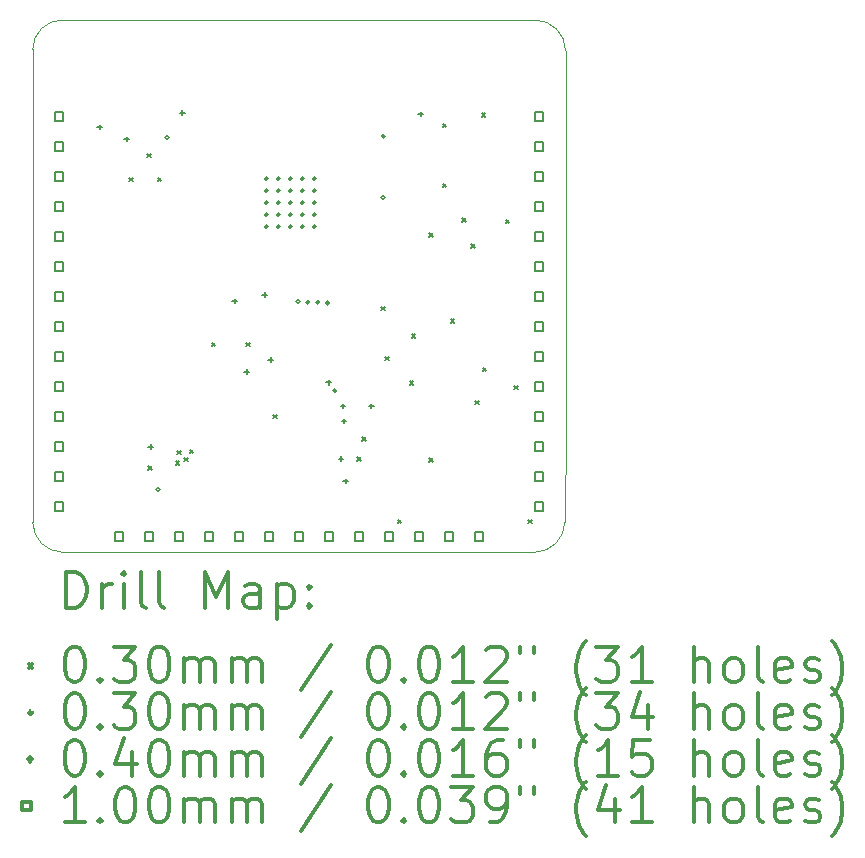
<source format=gbr>
%FSLAX45Y45*%
G04 Gerber Fmt 4.5, Leading zero omitted, Abs format (unit mm)*
G04 Created by KiCad (PCBNEW (5.1.8)-1) date 2022-05-07 10:28:56*
%MOMM*%
%LPD*%
G01*
G04 APERTURE LIST*
%TA.AperFunction,Profile*%
%ADD10C,0.050000*%
%TD*%
%ADD11C,0.200000*%
%ADD12C,0.300000*%
G04 APERTURE END LIST*
D10*
X17100296Y-10985500D02*
X17095216Y-11391900D01*
X17100296Y-7785100D02*
X17100804Y-8191500D01*
X17100804Y-8191500D02*
X17100296Y-10985500D01*
X17095216Y-11583416D02*
X17095216Y-11391900D01*
X17100296Y-7595616D02*
X17100296Y-7785100D01*
X12843256Y-11842496D02*
G75*
G02*
X12589256Y-11588496I0J254000D01*
G01*
X17095216Y-11583416D02*
G75*
G02*
X16836136Y-11842496I-259080J0D01*
G01*
X16841216Y-7336536D02*
G75*
G02*
X17100296Y-7595616I0J-259080D01*
G01*
X12589256Y-7585456D02*
G75*
G02*
X12838176Y-7336536I248920J0D01*
G01*
X12843256Y-11842496D02*
X16836136Y-11842496D01*
X12589256Y-7585456D02*
X12589256Y-11588496D01*
X16841216Y-7336536D02*
X12838176Y-7336536D01*
D11*
X13406360Y-8671800D02*
X13436360Y-8701800D01*
X13436360Y-8671800D02*
X13406360Y-8701800D01*
X13558760Y-8468600D02*
X13588760Y-8498600D01*
X13588760Y-8468600D02*
X13558760Y-8498600D01*
X13566667Y-11115504D02*
X13596667Y-11145504D01*
X13596667Y-11115504D02*
X13566667Y-11145504D01*
X13647660Y-8671800D02*
X13677660Y-8701800D01*
X13677660Y-8671800D02*
X13647660Y-8701800D01*
X13800061Y-11072100D02*
X13830061Y-11102100D01*
X13830061Y-11072100D02*
X13800061Y-11102100D01*
X13812760Y-10983200D02*
X13842760Y-11013200D01*
X13842760Y-10983200D02*
X13812760Y-11013200D01*
X13873954Y-11041444D02*
X13903954Y-11071444D01*
X13903954Y-11041444D02*
X13873954Y-11071444D01*
X13919706Y-10975816D02*
X13949706Y-11005816D01*
X13949706Y-10975816D02*
X13919706Y-11005816D01*
X14104860Y-10068800D02*
X14134860Y-10098800D01*
X14134860Y-10068800D02*
X14104860Y-10098800D01*
X14396960Y-10068800D02*
X14426960Y-10098800D01*
X14426960Y-10068800D02*
X14396960Y-10098800D01*
X14625559Y-10678400D02*
X14655559Y-10708400D01*
X14655559Y-10678400D02*
X14625559Y-10708400D01*
X15334527Y-11036233D02*
X15364527Y-11066233D01*
X15364527Y-11036233D02*
X15334527Y-11066233D01*
X15378993Y-10868567D02*
X15408993Y-10898567D01*
X15408993Y-10868567D02*
X15378993Y-10898567D01*
X15540975Y-9764000D02*
X15570975Y-9794000D01*
X15570975Y-9764000D02*
X15540975Y-9794000D01*
X15575520Y-10185538D02*
X15605520Y-10215538D01*
X15605520Y-10185538D02*
X15575520Y-10215538D01*
X15679660Y-11567400D02*
X15709660Y-11597400D01*
X15709660Y-11567400D02*
X15679660Y-11597400D01*
X15781803Y-10393378D02*
X15811803Y-10423378D01*
X15811803Y-10393378D02*
X15781803Y-10423378D01*
X15799040Y-9998502D02*
X15829040Y-10028502D01*
X15829040Y-9998502D02*
X15799040Y-10028502D01*
X15946360Y-9141700D02*
X15976360Y-9171700D01*
X15976360Y-9141700D02*
X15946360Y-9171700D01*
X15946360Y-11046700D02*
X15976360Y-11076700D01*
X15976360Y-11046700D02*
X15946360Y-11076700D01*
X16060659Y-8214600D02*
X16090659Y-8244600D01*
X16090659Y-8214600D02*
X16060659Y-8244600D01*
X16060660Y-8722600D02*
X16090660Y-8752600D01*
X16090660Y-8722600D02*
X16060660Y-8752600D01*
X16128390Y-9869600D02*
X16158390Y-9899600D01*
X16158390Y-9869600D02*
X16128390Y-9899600D01*
X16225760Y-9014700D02*
X16255760Y-9044700D01*
X16255760Y-9014700D02*
X16225760Y-9044700D01*
X16301960Y-9232699D02*
X16331960Y-9262699D01*
X16331960Y-9232699D02*
X16301960Y-9262699D01*
X16333710Y-10557750D02*
X16363710Y-10587750D01*
X16363710Y-10557750D02*
X16333710Y-10587750D01*
X16390860Y-8125700D02*
X16420860Y-8155700D01*
X16420860Y-8125700D02*
X16390860Y-8155700D01*
X16397210Y-10278350D02*
X16427210Y-10308350D01*
X16427210Y-10278350D02*
X16397210Y-10308350D01*
X16594060Y-9027400D02*
X16624060Y-9057400D01*
X16624060Y-9027400D02*
X16594060Y-9057400D01*
X16664564Y-10430750D02*
X16694564Y-10460750D01*
X16694564Y-10430750D02*
X16664564Y-10460750D01*
X16784560Y-11567400D02*
X16814560Y-11597400D01*
X16814560Y-11567400D02*
X16784560Y-11597400D01*
X13665210Y-11310620D02*
G75*
G03*
X13665210Y-11310620I-15250J0D01*
G01*
X13741411Y-8331199D02*
G75*
G03*
X13741411Y-8331199I-15250J0D01*
G01*
X14582150Y-8679180D02*
G75*
G03*
X14582150Y-8679180I-15250J0D01*
G01*
X14582150Y-8780780D02*
G75*
G03*
X14582150Y-8780780I-15250J0D01*
G01*
X14582150Y-8882380D02*
G75*
G03*
X14582150Y-8882380I-15250J0D01*
G01*
X14582150Y-8983980D02*
G75*
G03*
X14582150Y-8983980I-15250J0D01*
G01*
X14582150Y-9085580D02*
G75*
G03*
X14582150Y-9085580I-15250J0D01*
G01*
X14683750Y-8679180D02*
G75*
G03*
X14683750Y-8679180I-15250J0D01*
G01*
X14683750Y-8780780D02*
G75*
G03*
X14683750Y-8780780I-15250J0D01*
G01*
X14683750Y-8882380D02*
G75*
G03*
X14683750Y-8882380I-15250J0D01*
G01*
X14683750Y-8983980D02*
G75*
G03*
X14683750Y-8983980I-15250J0D01*
G01*
X14683750Y-9085580D02*
G75*
G03*
X14683750Y-9085580I-15250J0D01*
G01*
X14785350Y-8679180D02*
G75*
G03*
X14785350Y-8679180I-15250J0D01*
G01*
X14785350Y-8780780D02*
G75*
G03*
X14785350Y-8780780I-15250J0D01*
G01*
X14785350Y-8882380D02*
G75*
G03*
X14785350Y-8882380I-15250J0D01*
G01*
X14785350Y-8983980D02*
G75*
G03*
X14785350Y-8983980I-15250J0D01*
G01*
X14785350Y-9085580D02*
G75*
G03*
X14785350Y-9085580I-15250J0D01*
G01*
X14850563Y-9721193D02*
G75*
G03*
X14850563Y-9721193I-15250J0D01*
G01*
X14886950Y-8679180D02*
G75*
G03*
X14886950Y-8679180I-15250J0D01*
G01*
X14886950Y-8780780D02*
G75*
G03*
X14886950Y-8780780I-15250J0D01*
G01*
X14886950Y-8882380D02*
G75*
G03*
X14886950Y-8882380I-15250J0D01*
G01*
X14886950Y-8983980D02*
G75*
G03*
X14886950Y-8983980I-15250J0D01*
G01*
X14886950Y-9085580D02*
G75*
G03*
X14886950Y-9085580I-15250J0D01*
G01*
X14934199Y-9724624D02*
G75*
G03*
X14934199Y-9724624I-15250J0D01*
G01*
X14988550Y-8679180D02*
G75*
G03*
X14988550Y-8679180I-15250J0D01*
G01*
X14988550Y-8780780D02*
G75*
G03*
X14988550Y-8780780I-15250J0D01*
G01*
X14988550Y-8882380D02*
G75*
G03*
X14988550Y-8882380I-15250J0D01*
G01*
X14988550Y-8983980D02*
G75*
G03*
X14988550Y-8983980I-15250J0D01*
G01*
X14988550Y-9085580D02*
G75*
G03*
X14988550Y-9085580I-15250J0D01*
G01*
X15016534Y-9725921D02*
G75*
G03*
X15016534Y-9725921I-15250J0D01*
G01*
X15099306Y-9731539D02*
G75*
G03*
X15099306Y-9731539I-15250J0D01*
G01*
X15163250Y-10475520D02*
G75*
G03*
X15163250Y-10475520I-15250J0D01*
G01*
X15571224Y-8840214D02*
G75*
G03*
X15571224Y-8840214I-15250J0D01*
G01*
X15572750Y-8322040D02*
G75*
G03*
X15572750Y-8322040I-15250J0D01*
G01*
X13154660Y-8222300D02*
X13154660Y-8262300D01*
X13134660Y-8242300D02*
X13174660Y-8242300D01*
X13383260Y-8323900D02*
X13383260Y-8363900D01*
X13363260Y-8343900D02*
X13403260Y-8343900D01*
X13586460Y-10927400D02*
X13586460Y-10967400D01*
X13566460Y-10947400D02*
X13606460Y-10947400D01*
X13855700Y-8100380D02*
X13855700Y-8140380D01*
X13835700Y-8120380D02*
X13875700Y-8120380D01*
X14297660Y-9695500D02*
X14297660Y-9735500D01*
X14277660Y-9715500D02*
X14317660Y-9715500D01*
X14399260Y-10292400D02*
X14399260Y-10332400D01*
X14379260Y-10312400D02*
X14419260Y-10312400D01*
X14554200Y-9642160D02*
X14554200Y-9682160D01*
X14534200Y-9662160D02*
X14574200Y-9662160D01*
X14602460Y-10190801D02*
X14602460Y-10230801D01*
X14582460Y-10210801D02*
X14622460Y-10210801D01*
X15094221Y-10382299D02*
X15094221Y-10422299D01*
X15074221Y-10402299D02*
X15114221Y-10402299D01*
X15199360Y-11029000D02*
X15199360Y-11069000D01*
X15179360Y-11049000D02*
X15219360Y-11049000D01*
X15216160Y-10584500D02*
X15216160Y-10624500D01*
X15196160Y-10604500D02*
X15236160Y-10604500D01*
X15224760Y-10711500D02*
X15224760Y-10751500D01*
X15204760Y-10731500D02*
X15244760Y-10731500D01*
X15237460Y-11219500D02*
X15237460Y-11259500D01*
X15217460Y-11239500D02*
X15257460Y-11239500D01*
X15456161Y-10584500D02*
X15456161Y-10624500D01*
X15436161Y-10604500D02*
X15476161Y-10604500D01*
X15875000Y-8113080D02*
X15875000Y-8153080D01*
X15855000Y-8133080D02*
X15895000Y-8133080D01*
X16911116Y-8188756D02*
X16911116Y-8118044D01*
X16840404Y-8118044D01*
X16840404Y-8188756D01*
X16911116Y-8188756D01*
X16911116Y-8442756D02*
X16911116Y-8372044D01*
X16840404Y-8372044D01*
X16840404Y-8442756D01*
X16911116Y-8442756D01*
X16911116Y-8696756D02*
X16911116Y-8626044D01*
X16840404Y-8626044D01*
X16840404Y-8696756D01*
X16911116Y-8696756D01*
X16911116Y-8950756D02*
X16911116Y-8880044D01*
X16840404Y-8880044D01*
X16840404Y-8950756D01*
X16911116Y-8950756D01*
X16911116Y-9204756D02*
X16911116Y-9134044D01*
X16840404Y-9134044D01*
X16840404Y-9204756D01*
X16911116Y-9204756D01*
X16911116Y-9458756D02*
X16911116Y-9388044D01*
X16840404Y-9388044D01*
X16840404Y-9458756D01*
X16911116Y-9458756D01*
X16911116Y-9712756D02*
X16911116Y-9642044D01*
X16840404Y-9642044D01*
X16840404Y-9712756D01*
X16911116Y-9712756D01*
X16911116Y-9966756D02*
X16911116Y-9896044D01*
X16840404Y-9896044D01*
X16840404Y-9966756D01*
X16911116Y-9966756D01*
X16911116Y-10220756D02*
X16911116Y-10150044D01*
X16840404Y-10150044D01*
X16840404Y-10220756D01*
X16911116Y-10220756D01*
X16911116Y-10474756D02*
X16911116Y-10404044D01*
X16840404Y-10404044D01*
X16840404Y-10474756D01*
X16911116Y-10474756D01*
X16911116Y-10728756D02*
X16911116Y-10658044D01*
X16840404Y-10658044D01*
X16840404Y-10728756D01*
X16911116Y-10728756D01*
X16911116Y-10982756D02*
X16911116Y-10912044D01*
X16840404Y-10912044D01*
X16840404Y-10982756D01*
X16911116Y-10982756D01*
X16911116Y-11236756D02*
X16911116Y-11166044D01*
X16840404Y-11166044D01*
X16840404Y-11236756D01*
X16911116Y-11236756D01*
X16911116Y-11490756D02*
X16911116Y-11420044D01*
X16840404Y-11420044D01*
X16840404Y-11490756D01*
X16911116Y-11490756D01*
X13355116Y-11744756D02*
X13355116Y-11674044D01*
X13284404Y-11674044D01*
X13284404Y-11744756D01*
X13355116Y-11744756D01*
X13609116Y-11744756D02*
X13609116Y-11674044D01*
X13538404Y-11674044D01*
X13538404Y-11744756D01*
X13609116Y-11744756D01*
X13863116Y-11744756D02*
X13863116Y-11674044D01*
X13792404Y-11674044D01*
X13792404Y-11744756D01*
X13863116Y-11744756D01*
X14117116Y-11744756D02*
X14117116Y-11674044D01*
X14046404Y-11674044D01*
X14046404Y-11744756D01*
X14117116Y-11744756D01*
X14371116Y-11744756D02*
X14371116Y-11674044D01*
X14300404Y-11674044D01*
X14300404Y-11744756D01*
X14371116Y-11744756D01*
X14625116Y-11744756D02*
X14625116Y-11674044D01*
X14554404Y-11674044D01*
X14554404Y-11744756D01*
X14625116Y-11744756D01*
X14879116Y-11744756D02*
X14879116Y-11674044D01*
X14808404Y-11674044D01*
X14808404Y-11744756D01*
X14879116Y-11744756D01*
X15133116Y-11744756D02*
X15133116Y-11674044D01*
X15062404Y-11674044D01*
X15062404Y-11744756D01*
X15133116Y-11744756D01*
X15387116Y-11744756D02*
X15387116Y-11674044D01*
X15316404Y-11674044D01*
X15316404Y-11744756D01*
X15387116Y-11744756D01*
X15641116Y-11744756D02*
X15641116Y-11674044D01*
X15570404Y-11674044D01*
X15570404Y-11744756D01*
X15641116Y-11744756D01*
X15895116Y-11744756D02*
X15895116Y-11674044D01*
X15824404Y-11674044D01*
X15824404Y-11744756D01*
X15895116Y-11744756D01*
X16149116Y-11744756D02*
X16149116Y-11674044D01*
X16078404Y-11674044D01*
X16078404Y-11744756D01*
X16149116Y-11744756D01*
X16403116Y-11744756D02*
X16403116Y-11674044D01*
X16332404Y-11674044D01*
X16332404Y-11744756D01*
X16403116Y-11744756D01*
X12847116Y-8188756D02*
X12847116Y-8118044D01*
X12776404Y-8118044D01*
X12776404Y-8188756D01*
X12847116Y-8188756D01*
X12847116Y-8442756D02*
X12847116Y-8372044D01*
X12776404Y-8372044D01*
X12776404Y-8442756D01*
X12847116Y-8442756D01*
X12847116Y-8696756D02*
X12847116Y-8626044D01*
X12776404Y-8626044D01*
X12776404Y-8696756D01*
X12847116Y-8696756D01*
X12847116Y-8950756D02*
X12847116Y-8880044D01*
X12776404Y-8880044D01*
X12776404Y-8950756D01*
X12847116Y-8950756D01*
X12847116Y-9204756D02*
X12847116Y-9134044D01*
X12776404Y-9134044D01*
X12776404Y-9204756D01*
X12847116Y-9204756D01*
X12847116Y-9458756D02*
X12847116Y-9388044D01*
X12776404Y-9388044D01*
X12776404Y-9458756D01*
X12847116Y-9458756D01*
X12847116Y-9712756D02*
X12847116Y-9642044D01*
X12776404Y-9642044D01*
X12776404Y-9712756D01*
X12847116Y-9712756D01*
X12847116Y-9966756D02*
X12847116Y-9896044D01*
X12776404Y-9896044D01*
X12776404Y-9966756D01*
X12847116Y-9966756D01*
X12847116Y-10220756D02*
X12847116Y-10150044D01*
X12776404Y-10150044D01*
X12776404Y-10220756D01*
X12847116Y-10220756D01*
X12847116Y-10474756D02*
X12847116Y-10404044D01*
X12776404Y-10404044D01*
X12776404Y-10474756D01*
X12847116Y-10474756D01*
X12847116Y-10728756D02*
X12847116Y-10658044D01*
X12776404Y-10658044D01*
X12776404Y-10728756D01*
X12847116Y-10728756D01*
X12847116Y-10982756D02*
X12847116Y-10912044D01*
X12776404Y-10912044D01*
X12776404Y-10982756D01*
X12847116Y-10982756D01*
X12847116Y-11236756D02*
X12847116Y-11166044D01*
X12776404Y-11166044D01*
X12776404Y-11236756D01*
X12847116Y-11236756D01*
X12847116Y-11490756D02*
X12847116Y-11420044D01*
X12776404Y-11420044D01*
X12776404Y-11490756D01*
X12847116Y-11490756D01*
D12*
X12873184Y-12310710D02*
X12873184Y-12010710D01*
X12944613Y-12010710D01*
X12987470Y-12024996D01*
X13016042Y-12053567D01*
X13030327Y-12082139D01*
X13044613Y-12139282D01*
X13044613Y-12182139D01*
X13030327Y-12239282D01*
X13016042Y-12267853D01*
X12987470Y-12296425D01*
X12944613Y-12310710D01*
X12873184Y-12310710D01*
X13173184Y-12310710D02*
X13173184Y-12110710D01*
X13173184Y-12167853D02*
X13187470Y-12139282D01*
X13201756Y-12124996D01*
X13230327Y-12110710D01*
X13258899Y-12110710D01*
X13358899Y-12310710D02*
X13358899Y-12110710D01*
X13358899Y-12010710D02*
X13344613Y-12024996D01*
X13358899Y-12039282D01*
X13373184Y-12024996D01*
X13358899Y-12010710D01*
X13358899Y-12039282D01*
X13544613Y-12310710D02*
X13516042Y-12296425D01*
X13501756Y-12267853D01*
X13501756Y-12010710D01*
X13701756Y-12310710D02*
X13673184Y-12296425D01*
X13658899Y-12267853D01*
X13658899Y-12010710D01*
X14044613Y-12310710D02*
X14044613Y-12010710D01*
X14144613Y-12224996D01*
X14244613Y-12010710D01*
X14244613Y-12310710D01*
X14516042Y-12310710D02*
X14516042Y-12153567D01*
X14501756Y-12124996D01*
X14473184Y-12110710D01*
X14416042Y-12110710D01*
X14387470Y-12124996D01*
X14516042Y-12296425D02*
X14487470Y-12310710D01*
X14416042Y-12310710D01*
X14387470Y-12296425D01*
X14373184Y-12267853D01*
X14373184Y-12239282D01*
X14387470Y-12210710D01*
X14416042Y-12196425D01*
X14487470Y-12196425D01*
X14516042Y-12182139D01*
X14658899Y-12110710D02*
X14658899Y-12410710D01*
X14658899Y-12124996D02*
X14687470Y-12110710D01*
X14744613Y-12110710D01*
X14773184Y-12124996D01*
X14787470Y-12139282D01*
X14801756Y-12167853D01*
X14801756Y-12253567D01*
X14787470Y-12282139D01*
X14773184Y-12296425D01*
X14744613Y-12310710D01*
X14687470Y-12310710D01*
X14658899Y-12296425D01*
X14930327Y-12282139D02*
X14944613Y-12296425D01*
X14930327Y-12310710D01*
X14916042Y-12296425D01*
X14930327Y-12282139D01*
X14930327Y-12310710D01*
X14930327Y-12124996D02*
X14944613Y-12139282D01*
X14930327Y-12153567D01*
X14916042Y-12139282D01*
X14930327Y-12124996D01*
X14930327Y-12153567D01*
X12556756Y-12789996D02*
X12586756Y-12819996D01*
X12586756Y-12789996D02*
X12556756Y-12819996D01*
X12930327Y-12640710D02*
X12958899Y-12640710D01*
X12987470Y-12654996D01*
X13001756Y-12669282D01*
X13016042Y-12697853D01*
X13030327Y-12754996D01*
X13030327Y-12826425D01*
X13016042Y-12883567D01*
X13001756Y-12912139D01*
X12987470Y-12926425D01*
X12958899Y-12940710D01*
X12930327Y-12940710D01*
X12901756Y-12926425D01*
X12887470Y-12912139D01*
X12873184Y-12883567D01*
X12858899Y-12826425D01*
X12858899Y-12754996D01*
X12873184Y-12697853D01*
X12887470Y-12669282D01*
X12901756Y-12654996D01*
X12930327Y-12640710D01*
X13158899Y-12912139D02*
X13173184Y-12926425D01*
X13158899Y-12940710D01*
X13144613Y-12926425D01*
X13158899Y-12912139D01*
X13158899Y-12940710D01*
X13273184Y-12640710D02*
X13458899Y-12640710D01*
X13358899Y-12754996D01*
X13401756Y-12754996D01*
X13430327Y-12769282D01*
X13444613Y-12783567D01*
X13458899Y-12812139D01*
X13458899Y-12883567D01*
X13444613Y-12912139D01*
X13430327Y-12926425D01*
X13401756Y-12940710D01*
X13316042Y-12940710D01*
X13287470Y-12926425D01*
X13273184Y-12912139D01*
X13644613Y-12640710D02*
X13673184Y-12640710D01*
X13701756Y-12654996D01*
X13716042Y-12669282D01*
X13730327Y-12697853D01*
X13744613Y-12754996D01*
X13744613Y-12826425D01*
X13730327Y-12883567D01*
X13716042Y-12912139D01*
X13701756Y-12926425D01*
X13673184Y-12940710D01*
X13644613Y-12940710D01*
X13616042Y-12926425D01*
X13601756Y-12912139D01*
X13587470Y-12883567D01*
X13573184Y-12826425D01*
X13573184Y-12754996D01*
X13587470Y-12697853D01*
X13601756Y-12669282D01*
X13616042Y-12654996D01*
X13644613Y-12640710D01*
X13873184Y-12940710D02*
X13873184Y-12740710D01*
X13873184Y-12769282D02*
X13887470Y-12754996D01*
X13916042Y-12740710D01*
X13958899Y-12740710D01*
X13987470Y-12754996D01*
X14001756Y-12783567D01*
X14001756Y-12940710D01*
X14001756Y-12783567D02*
X14016042Y-12754996D01*
X14044613Y-12740710D01*
X14087470Y-12740710D01*
X14116042Y-12754996D01*
X14130327Y-12783567D01*
X14130327Y-12940710D01*
X14273184Y-12940710D02*
X14273184Y-12740710D01*
X14273184Y-12769282D02*
X14287470Y-12754996D01*
X14316042Y-12740710D01*
X14358899Y-12740710D01*
X14387470Y-12754996D01*
X14401756Y-12783567D01*
X14401756Y-12940710D01*
X14401756Y-12783567D02*
X14416042Y-12754996D01*
X14444613Y-12740710D01*
X14487470Y-12740710D01*
X14516042Y-12754996D01*
X14530327Y-12783567D01*
X14530327Y-12940710D01*
X15116042Y-12626425D02*
X14858899Y-13012139D01*
X15501756Y-12640710D02*
X15530327Y-12640710D01*
X15558899Y-12654996D01*
X15573184Y-12669282D01*
X15587470Y-12697853D01*
X15601756Y-12754996D01*
X15601756Y-12826425D01*
X15587470Y-12883567D01*
X15573184Y-12912139D01*
X15558899Y-12926425D01*
X15530327Y-12940710D01*
X15501756Y-12940710D01*
X15473184Y-12926425D01*
X15458899Y-12912139D01*
X15444613Y-12883567D01*
X15430327Y-12826425D01*
X15430327Y-12754996D01*
X15444613Y-12697853D01*
X15458899Y-12669282D01*
X15473184Y-12654996D01*
X15501756Y-12640710D01*
X15730327Y-12912139D02*
X15744613Y-12926425D01*
X15730327Y-12940710D01*
X15716042Y-12926425D01*
X15730327Y-12912139D01*
X15730327Y-12940710D01*
X15930327Y-12640710D02*
X15958899Y-12640710D01*
X15987470Y-12654996D01*
X16001756Y-12669282D01*
X16016042Y-12697853D01*
X16030327Y-12754996D01*
X16030327Y-12826425D01*
X16016042Y-12883567D01*
X16001756Y-12912139D01*
X15987470Y-12926425D01*
X15958899Y-12940710D01*
X15930327Y-12940710D01*
X15901756Y-12926425D01*
X15887470Y-12912139D01*
X15873184Y-12883567D01*
X15858899Y-12826425D01*
X15858899Y-12754996D01*
X15873184Y-12697853D01*
X15887470Y-12669282D01*
X15901756Y-12654996D01*
X15930327Y-12640710D01*
X16316042Y-12940710D02*
X16144613Y-12940710D01*
X16230327Y-12940710D02*
X16230327Y-12640710D01*
X16201756Y-12683567D01*
X16173184Y-12712139D01*
X16144613Y-12726425D01*
X16430327Y-12669282D02*
X16444613Y-12654996D01*
X16473184Y-12640710D01*
X16544613Y-12640710D01*
X16573184Y-12654996D01*
X16587470Y-12669282D01*
X16601756Y-12697853D01*
X16601756Y-12726425D01*
X16587470Y-12769282D01*
X16416042Y-12940710D01*
X16601756Y-12940710D01*
X16716042Y-12640710D02*
X16716042Y-12697853D01*
X16830327Y-12640710D02*
X16830327Y-12697853D01*
X17273184Y-13054996D02*
X17258899Y-13040710D01*
X17230327Y-12997853D01*
X17216042Y-12969282D01*
X17201756Y-12926425D01*
X17187470Y-12854996D01*
X17187470Y-12797853D01*
X17201756Y-12726425D01*
X17216042Y-12683567D01*
X17230327Y-12654996D01*
X17258899Y-12612139D01*
X17273184Y-12597853D01*
X17358899Y-12640710D02*
X17544613Y-12640710D01*
X17444613Y-12754996D01*
X17487470Y-12754996D01*
X17516042Y-12769282D01*
X17530327Y-12783567D01*
X17544613Y-12812139D01*
X17544613Y-12883567D01*
X17530327Y-12912139D01*
X17516042Y-12926425D01*
X17487470Y-12940710D01*
X17401756Y-12940710D01*
X17373184Y-12926425D01*
X17358899Y-12912139D01*
X17830327Y-12940710D02*
X17658899Y-12940710D01*
X17744613Y-12940710D02*
X17744613Y-12640710D01*
X17716042Y-12683567D01*
X17687470Y-12712139D01*
X17658899Y-12726425D01*
X18187470Y-12940710D02*
X18187470Y-12640710D01*
X18316042Y-12940710D02*
X18316042Y-12783567D01*
X18301756Y-12754996D01*
X18273184Y-12740710D01*
X18230327Y-12740710D01*
X18201756Y-12754996D01*
X18187470Y-12769282D01*
X18501756Y-12940710D02*
X18473184Y-12926425D01*
X18458899Y-12912139D01*
X18444613Y-12883567D01*
X18444613Y-12797853D01*
X18458899Y-12769282D01*
X18473184Y-12754996D01*
X18501756Y-12740710D01*
X18544613Y-12740710D01*
X18573184Y-12754996D01*
X18587470Y-12769282D01*
X18601756Y-12797853D01*
X18601756Y-12883567D01*
X18587470Y-12912139D01*
X18573184Y-12926425D01*
X18544613Y-12940710D01*
X18501756Y-12940710D01*
X18773184Y-12940710D02*
X18744613Y-12926425D01*
X18730327Y-12897853D01*
X18730327Y-12640710D01*
X19001756Y-12926425D02*
X18973184Y-12940710D01*
X18916042Y-12940710D01*
X18887470Y-12926425D01*
X18873184Y-12897853D01*
X18873184Y-12783567D01*
X18887470Y-12754996D01*
X18916042Y-12740710D01*
X18973184Y-12740710D01*
X19001756Y-12754996D01*
X19016042Y-12783567D01*
X19016042Y-12812139D01*
X18873184Y-12840710D01*
X19130327Y-12926425D02*
X19158899Y-12940710D01*
X19216042Y-12940710D01*
X19244613Y-12926425D01*
X19258899Y-12897853D01*
X19258899Y-12883567D01*
X19244613Y-12854996D01*
X19216042Y-12840710D01*
X19173184Y-12840710D01*
X19144613Y-12826425D01*
X19130327Y-12797853D01*
X19130327Y-12783567D01*
X19144613Y-12754996D01*
X19173184Y-12740710D01*
X19216042Y-12740710D01*
X19244613Y-12754996D01*
X19358899Y-13054996D02*
X19373184Y-13040710D01*
X19401756Y-12997853D01*
X19416042Y-12969282D01*
X19430327Y-12926425D01*
X19444613Y-12854996D01*
X19444613Y-12797853D01*
X19430327Y-12726425D01*
X19416042Y-12683567D01*
X19401756Y-12654996D01*
X19373184Y-12612139D01*
X19358899Y-12597853D01*
X12586756Y-13200996D02*
G75*
G03*
X12586756Y-13200996I-15250J0D01*
G01*
X12930327Y-13036710D02*
X12958899Y-13036710D01*
X12987470Y-13050996D01*
X13001756Y-13065282D01*
X13016042Y-13093853D01*
X13030327Y-13150996D01*
X13030327Y-13222425D01*
X13016042Y-13279567D01*
X13001756Y-13308139D01*
X12987470Y-13322425D01*
X12958899Y-13336710D01*
X12930327Y-13336710D01*
X12901756Y-13322425D01*
X12887470Y-13308139D01*
X12873184Y-13279567D01*
X12858899Y-13222425D01*
X12858899Y-13150996D01*
X12873184Y-13093853D01*
X12887470Y-13065282D01*
X12901756Y-13050996D01*
X12930327Y-13036710D01*
X13158899Y-13308139D02*
X13173184Y-13322425D01*
X13158899Y-13336710D01*
X13144613Y-13322425D01*
X13158899Y-13308139D01*
X13158899Y-13336710D01*
X13273184Y-13036710D02*
X13458899Y-13036710D01*
X13358899Y-13150996D01*
X13401756Y-13150996D01*
X13430327Y-13165282D01*
X13444613Y-13179567D01*
X13458899Y-13208139D01*
X13458899Y-13279567D01*
X13444613Y-13308139D01*
X13430327Y-13322425D01*
X13401756Y-13336710D01*
X13316042Y-13336710D01*
X13287470Y-13322425D01*
X13273184Y-13308139D01*
X13644613Y-13036710D02*
X13673184Y-13036710D01*
X13701756Y-13050996D01*
X13716042Y-13065282D01*
X13730327Y-13093853D01*
X13744613Y-13150996D01*
X13744613Y-13222425D01*
X13730327Y-13279567D01*
X13716042Y-13308139D01*
X13701756Y-13322425D01*
X13673184Y-13336710D01*
X13644613Y-13336710D01*
X13616042Y-13322425D01*
X13601756Y-13308139D01*
X13587470Y-13279567D01*
X13573184Y-13222425D01*
X13573184Y-13150996D01*
X13587470Y-13093853D01*
X13601756Y-13065282D01*
X13616042Y-13050996D01*
X13644613Y-13036710D01*
X13873184Y-13336710D02*
X13873184Y-13136710D01*
X13873184Y-13165282D02*
X13887470Y-13150996D01*
X13916042Y-13136710D01*
X13958899Y-13136710D01*
X13987470Y-13150996D01*
X14001756Y-13179567D01*
X14001756Y-13336710D01*
X14001756Y-13179567D02*
X14016042Y-13150996D01*
X14044613Y-13136710D01*
X14087470Y-13136710D01*
X14116042Y-13150996D01*
X14130327Y-13179567D01*
X14130327Y-13336710D01*
X14273184Y-13336710D02*
X14273184Y-13136710D01*
X14273184Y-13165282D02*
X14287470Y-13150996D01*
X14316042Y-13136710D01*
X14358899Y-13136710D01*
X14387470Y-13150996D01*
X14401756Y-13179567D01*
X14401756Y-13336710D01*
X14401756Y-13179567D02*
X14416042Y-13150996D01*
X14444613Y-13136710D01*
X14487470Y-13136710D01*
X14516042Y-13150996D01*
X14530327Y-13179567D01*
X14530327Y-13336710D01*
X15116042Y-13022425D02*
X14858899Y-13408139D01*
X15501756Y-13036710D02*
X15530327Y-13036710D01*
X15558899Y-13050996D01*
X15573184Y-13065282D01*
X15587470Y-13093853D01*
X15601756Y-13150996D01*
X15601756Y-13222425D01*
X15587470Y-13279567D01*
X15573184Y-13308139D01*
X15558899Y-13322425D01*
X15530327Y-13336710D01*
X15501756Y-13336710D01*
X15473184Y-13322425D01*
X15458899Y-13308139D01*
X15444613Y-13279567D01*
X15430327Y-13222425D01*
X15430327Y-13150996D01*
X15444613Y-13093853D01*
X15458899Y-13065282D01*
X15473184Y-13050996D01*
X15501756Y-13036710D01*
X15730327Y-13308139D02*
X15744613Y-13322425D01*
X15730327Y-13336710D01*
X15716042Y-13322425D01*
X15730327Y-13308139D01*
X15730327Y-13336710D01*
X15930327Y-13036710D02*
X15958899Y-13036710D01*
X15987470Y-13050996D01*
X16001756Y-13065282D01*
X16016042Y-13093853D01*
X16030327Y-13150996D01*
X16030327Y-13222425D01*
X16016042Y-13279567D01*
X16001756Y-13308139D01*
X15987470Y-13322425D01*
X15958899Y-13336710D01*
X15930327Y-13336710D01*
X15901756Y-13322425D01*
X15887470Y-13308139D01*
X15873184Y-13279567D01*
X15858899Y-13222425D01*
X15858899Y-13150996D01*
X15873184Y-13093853D01*
X15887470Y-13065282D01*
X15901756Y-13050996D01*
X15930327Y-13036710D01*
X16316042Y-13336710D02*
X16144613Y-13336710D01*
X16230327Y-13336710D02*
X16230327Y-13036710D01*
X16201756Y-13079567D01*
X16173184Y-13108139D01*
X16144613Y-13122425D01*
X16430327Y-13065282D02*
X16444613Y-13050996D01*
X16473184Y-13036710D01*
X16544613Y-13036710D01*
X16573184Y-13050996D01*
X16587470Y-13065282D01*
X16601756Y-13093853D01*
X16601756Y-13122425D01*
X16587470Y-13165282D01*
X16416042Y-13336710D01*
X16601756Y-13336710D01*
X16716042Y-13036710D02*
X16716042Y-13093853D01*
X16830327Y-13036710D02*
X16830327Y-13093853D01*
X17273184Y-13450996D02*
X17258899Y-13436710D01*
X17230327Y-13393853D01*
X17216042Y-13365282D01*
X17201756Y-13322425D01*
X17187470Y-13250996D01*
X17187470Y-13193853D01*
X17201756Y-13122425D01*
X17216042Y-13079567D01*
X17230327Y-13050996D01*
X17258899Y-13008139D01*
X17273184Y-12993853D01*
X17358899Y-13036710D02*
X17544613Y-13036710D01*
X17444613Y-13150996D01*
X17487470Y-13150996D01*
X17516042Y-13165282D01*
X17530327Y-13179567D01*
X17544613Y-13208139D01*
X17544613Y-13279567D01*
X17530327Y-13308139D01*
X17516042Y-13322425D01*
X17487470Y-13336710D01*
X17401756Y-13336710D01*
X17373184Y-13322425D01*
X17358899Y-13308139D01*
X17801756Y-13136710D02*
X17801756Y-13336710D01*
X17730327Y-13022425D02*
X17658899Y-13236710D01*
X17844613Y-13236710D01*
X18187470Y-13336710D02*
X18187470Y-13036710D01*
X18316042Y-13336710D02*
X18316042Y-13179567D01*
X18301756Y-13150996D01*
X18273184Y-13136710D01*
X18230327Y-13136710D01*
X18201756Y-13150996D01*
X18187470Y-13165282D01*
X18501756Y-13336710D02*
X18473184Y-13322425D01*
X18458899Y-13308139D01*
X18444613Y-13279567D01*
X18444613Y-13193853D01*
X18458899Y-13165282D01*
X18473184Y-13150996D01*
X18501756Y-13136710D01*
X18544613Y-13136710D01*
X18573184Y-13150996D01*
X18587470Y-13165282D01*
X18601756Y-13193853D01*
X18601756Y-13279567D01*
X18587470Y-13308139D01*
X18573184Y-13322425D01*
X18544613Y-13336710D01*
X18501756Y-13336710D01*
X18773184Y-13336710D02*
X18744613Y-13322425D01*
X18730327Y-13293853D01*
X18730327Y-13036710D01*
X19001756Y-13322425D02*
X18973184Y-13336710D01*
X18916042Y-13336710D01*
X18887470Y-13322425D01*
X18873184Y-13293853D01*
X18873184Y-13179567D01*
X18887470Y-13150996D01*
X18916042Y-13136710D01*
X18973184Y-13136710D01*
X19001756Y-13150996D01*
X19016042Y-13179567D01*
X19016042Y-13208139D01*
X18873184Y-13236710D01*
X19130327Y-13322425D02*
X19158899Y-13336710D01*
X19216042Y-13336710D01*
X19244613Y-13322425D01*
X19258899Y-13293853D01*
X19258899Y-13279567D01*
X19244613Y-13250996D01*
X19216042Y-13236710D01*
X19173184Y-13236710D01*
X19144613Y-13222425D01*
X19130327Y-13193853D01*
X19130327Y-13179567D01*
X19144613Y-13150996D01*
X19173184Y-13136710D01*
X19216042Y-13136710D01*
X19244613Y-13150996D01*
X19358899Y-13450996D02*
X19373184Y-13436710D01*
X19401756Y-13393853D01*
X19416042Y-13365282D01*
X19430327Y-13322425D01*
X19444613Y-13250996D01*
X19444613Y-13193853D01*
X19430327Y-13122425D01*
X19416042Y-13079567D01*
X19401756Y-13050996D01*
X19373184Y-13008139D01*
X19358899Y-12993853D01*
X12566756Y-13576996D02*
X12566756Y-13616996D01*
X12546756Y-13596996D02*
X12586756Y-13596996D01*
X12930327Y-13432710D02*
X12958899Y-13432710D01*
X12987470Y-13446996D01*
X13001756Y-13461282D01*
X13016042Y-13489853D01*
X13030327Y-13546996D01*
X13030327Y-13618425D01*
X13016042Y-13675567D01*
X13001756Y-13704139D01*
X12987470Y-13718425D01*
X12958899Y-13732710D01*
X12930327Y-13732710D01*
X12901756Y-13718425D01*
X12887470Y-13704139D01*
X12873184Y-13675567D01*
X12858899Y-13618425D01*
X12858899Y-13546996D01*
X12873184Y-13489853D01*
X12887470Y-13461282D01*
X12901756Y-13446996D01*
X12930327Y-13432710D01*
X13158899Y-13704139D02*
X13173184Y-13718425D01*
X13158899Y-13732710D01*
X13144613Y-13718425D01*
X13158899Y-13704139D01*
X13158899Y-13732710D01*
X13430327Y-13532710D02*
X13430327Y-13732710D01*
X13358899Y-13418425D02*
X13287470Y-13632710D01*
X13473184Y-13632710D01*
X13644613Y-13432710D02*
X13673184Y-13432710D01*
X13701756Y-13446996D01*
X13716042Y-13461282D01*
X13730327Y-13489853D01*
X13744613Y-13546996D01*
X13744613Y-13618425D01*
X13730327Y-13675567D01*
X13716042Y-13704139D01*
X13701756Y-13718425D01*
X13673184Y-13732710D01*
X13644613Y-13732710D01*
X13616042Y-13718425D01*
X13601756Y-13704139D01*
X13587470Y-13675567D01*
X13573184Y-13618425D01*
X13573184Y-13546996D01*
X13587470Y-13489853D01*
X13601756Y-13461282D01*
X13616042Y-13446996D01*
X13644613Y-13432710D01*
X13873184Y-13732710D02*
X13873184Y-13532710D01*
X13873184Y-13561282D02*
X13887470Y-13546996D01*
X13916042Y-13532710D01*
X13958899Y-13532710D01*
X13987470Y-13546996D01*
X14001756Y-13575567D01*
X14001756Y-13732710D01*
X14001756Y-13575567D02*
X14016042Y-13546996D01*
X14044613Y-13532710D01*
X14087470Y-13532710D01*
X14116042Y-13546996D01*
X14130327Y-13575567D01*
X14130327Y-13732710D01*
X14273184Y-13732710D02*
X14273184Y-13532710D01*
X14273184Y-13561282D02*
X14287470Y-13546996D01*
X14316042Y-13532710D01*
X14358899Y-13532710D01*
X14387470Y-13546996D01*
X14401756Y-13575567D01*
X14401756Y-13732710D01*
X14401756Y-13575567D02*
X14416042Y-13546996D01*
X14444613Y-13532710D01*
X14487470Y-13532710D01*
X14516042Y-13546996D01*
X14530327Y-13575567D01*
X14530327Y-13732710D01*
X15116042Y-13418425D02*
X14858899Y-13804139D01*
X15501756Y-13432710D02*
X15530327Y-13432710D01*
X15558899Y-13446996D01*
X15573184Y-13461282D01*
X15587470Y-13489853D01*
X15601756Y-13546996D01*
X15601756Y-13618425D01*
X15587470Y-13675567D01*
X15573184Y-13704139D01*
X15558899Y-13718425D01*
X15530327Y-13732710D01*
X15501756Y-13732710D01*
X15473184Y-13718425D01*
X15458899Y-13704139D01*
X15444613Y-13675567D01*
X15430327Y-13618425D01*
X15430327Y-13546996D01*
X15444613Y-13489853D01*
X15458899Y-13461282D01*
X15473184Y-13446996D01*
X15501756Y-13432710D01*
X15730327Y-13704139D02*
X15744613Y-13718425D01*
X15730327Y-13732710D01*
X15716042Y-13718425D01*
X15730327Y-13704139D01*
X15730327Y-13732710D01*
X15930327Y-13432710D02*
X15958899Y-13432710D01*
X15987470Y-13446996D01*
X16001756Y-13461282D01*
X16016042Y-13489853D01*
X16030327Y-13546996D01*
X16030327Y-13618425D01*
X16016042Y-13675567D01*
X16001756Y-13704139D01*
X15987470Y-13718425D01*
X15958899Y-13732710D01*
X15930327Y-13732710D01*
X15901756Y-13718425D01*
X15887470Y-13704139D01*
X15873184Y-13675567D01*
X15858899Y-13618425D01*
X15858899Y-13546996D01*
X15873184Y-13489853D01*
X15887470Y-13461282D01*
X15901756Y-13446996D01*
X15930327Y-13432710D01*
X16316042Y-13732710D02*
X16144613Y-13732710D01*
X16230327Y-13732710D02*
X16230327Y-13432710D01*
X16201756Y-13475567D01*
X16173184Y-13504139D01*
X16144613Y-13518425D01*
X16573184Y-13432710D02*
X16516042Y-13432710D01*
X16487470Y-13446996D01*
X16473184Y-13461282D01*
X16444613Y-13504139D01*
X16430327Y-13561282D01*
X16430327Y-13675567D01*
X16444613Y-13704139D01*
X16458899Y-13718425D01*
X16487470Y-13732710D01*
X16544613Y-13732710D01*
X16573184Y-13718425D01*
X16587470Y-13704139D01*
X16601756Y-13675567D01*
X16601756Y-13604139D01*
X16587470Y-13575567D01*
X16573184Y-13561282D01*
X16544613Y-13546996D01*
X16487470Y-13546996D01*
X16458899Y-13561282D01*
X16444613Y-13575567D01*
X16430327Y-13604139D01*
X16716042Y-13432710D02*
X16716042Y-13489853D01*
X16830327Y-13432710D02*
X16830327Y-13489853D01*
X17273184Y-13846996D02*
X17258899Y-13832710D01*
X17230327Y-13789853D01*
X17216042Y-13761282D01*
X17201756Y-13718425D01*
X17187470Y-13646996D01*
X17187470Y-13589853D01*
X17201756Y-13518425D01*
X17216042Y-13475567D01*
X17230327Y-13446996D01*
X17258899Y-13404139D01*
X17273184Y-13389853D01*
X17544613Y-13732710D02*
X17373184Y-13732710D01*
X17458899Y-13732710D02*
X17458899Y-13432710D01*
X17430327Y-13475567D01*
X17401756Y-13504139D01*
X17373184Y-13518425D01*
X17816042Y-13432710D02*
X17673184Y-13432710D01*
X17658899Y-13575567D01*
X17673184Y-13561282D01*
X17701756Y-13546996D01*
X17773184Y-13546996D01*
X17801756Y-13561282D01*
X17816042Y-13575567D01*
X17830327Y-13604139D01*
X17830327Y-13675567D01*
X17816042Y-13704139D01*
X17801756Y-13718425D01*
X17773184Y-13732710D01*
X17701756Y-13732710D01*
X17673184Y-13718425D01*
X17658899Y-13704139D01*
X18187470Y-13732710D02*
X18187470Y-13432710D01*
X18316042Y-13732710D02*
X18316042Y-13575567D01*
X18301756Y-13546996D01*
X18273184Y-13532710D01*
X18230327Y-13532710D01*
X18201756Y-13546996D01*
X18187470Y-13561282D01*
X18501756Y-13732710D02*
X18473184Y-13718425D01*
X18458899Y-13704139D01*
X18444613Y-13675567D01*
X18444613Y-13589853D01*
X18458899Y-13561282D01*
X18473184Y-13546996D01*
X18501756Y-13532710D01*
X18544613Y-13532710D01*
X18573184Y-13546996D01*
X18587470Y-13561282D01*
X18601756Y-13589853D01*
X18601756Y-13675567D01*
X18587470Y-13704139D01*
X18573184Y-13718425D01*
X18544613Y-13732710D01*
X18501756Y-13732710D01*
X18773184Y-13732710D02*
X18744613Y-13718425D01*
X18730327Y-13689853D01*
X18730327Y-13432710D01*
X19001756Y-13718425D02*
X18973184Y-13732710D01*
X18916042Y-13732710D01*
X18887470Y-13718425D01*
X18873184Y-13689853D01*
X18873184Y-13575567D01*
X18887470Y-13546996D01*
X18916042Y-13532710D01*
X18973184Y-13532710D01*
X19001756Y-13546996D01*
X19016042Y-13575567D01*
X19016042Y-13604139D01*
X18873184Y-13632710D01*
X19130327Y-13718425D02*
X19158899Y-13732710D01*
X19216042Y-13732710D01*
X19244613Y-13718425D01*
X19258899Y-13689853D01*
X19258899Y-13675567D01*
X19244613Y-13646996D01*
X19216042Y-13632710D01*
X19173184Y-13632710D01*
X19144613Y-13618425D01*
X19130327Y-13589853D01*
X19130327Y-13575567D01*
X19144613Y-13546996D01*
X19173184Y-13532710D01*
X19216042Y-13532710D01*
X19244613Y-13546996D01*
X19358899Y-13846996D02*
X19373184Y-13832710D01*
X19401756Y-13789853D01*
X19416042Y-13761282D01*
X19430327Y-13718425D01*
X19444613Y-13646996D01*
X19444613Y-13589853D01*
X19430327Y-13518425D01*
X19416042Y-13475567D01*
X19401756Y-13446996D01*
X19373184Y-13404139D01*
X19358899Y-13389853D01*
X12572112Y-14028352D02*
X12572112Y-13957640D01*
X12501400Y-13957640D01*
X12501400Y-14028352D01*
X12572112Y-14028352D01*
X13030327Y-14128710D02*
X12858899Y-14128710D01*
X12944613Y-14128710D02*
X12944613Y-13828710D01*
X12916042Y-13871567D01*
X12887470Y-13900139D01*
X12858899Y-13914425D01*
X13158899Y-14100139D02*
X13173184Y-14114425D01*
X13158899Y-14128710D01*
X13144613Y-14114425D01*
X13158899Y-14100139D01*
X13158899Y-14128710D01*
X13358899Y-13828710D02*
X13387470Y-13828710D01*
X13416042Y-13842996D01*
X13430327Y-13857282D01*
X13444613Y-13885853D01*
X13458899Y-13942996D01*
X13458899Y-14014425D01*
X13444613Y-14071567D01*
X13430327Y-14100139D01*
X13416042Y-14114425D01*
X13387470Y-14128710D01*
X13358899Y-14128710D01*
X13330327Y-14114425D01*
X13316042Y-14100139D01*
X13301756Y-14071567D01*
X13287470Y-14014425D01*
X13287470Y-13942996D01*
X13301756Y-13885853D01*
X13316042Y-13857282D01*
X13330327Y-13842996D01*
X13358899Y-13828710D01*
X13644613Y-13828710D02*
X13673184Y-13828710D01*
X13701756Y-13842996D01*
X13716042Y-13857282D01*
X13730327Y-13885853D01*
X13744613Y-13942996D01*
X13744613Y-14014425D01*
X13730327Y-14071567D01*
X13716042Y-14100139D01*
X13701756Y-14114425D01*
X13673184Y-14128710D01*
X13644613Y-14128710D01*
X13616042Y-14114425D01*
X13601756Y-14100139D01*
X13587470Y-14071567D01*
X13573184Y-14014425D01*
X13573184Y-13942996D01*
X13587470Y-13885853D01*
X13601756Y-13857282D01*
X13616042Y-13842996D01*
X13644613Y-13828710D01*
X13873184Y-14128710D02*
X13873184Y-13928710D01*
X13873184Y-13957282D02*
X13887470Y-13942996D01*
X13916042Y-13928710D01*
X13958899Y-13928710D01*
X13987470Y-13942996D01*
X14001756Y-13971567D01*
X14001756Y-14128710D01*
X14001756Y-13971567D02*
X14016042Y-13942996D01*
X14044613Y-13928710D01*
X14087470Y-13928710D01*
X14116042Y-13942996D01*
X14130327Y-13971567D01*
X14130327Y-14128710D01*
X14273184Y-14128710D02*
X14273184Y-13928710D01*
X14273184Y-13957282D02*
X14287470Y-13942996D01*
X14316042Y-13928710D01*
X14358899Y-13928710D01*
X14387470Y-13942996D01*
X14401756Y-13971567D01*
X14401756Y-14128710D01*
X14401756Y-13971567D02*
X14416042Y-13942996D01*
X14444613Y-13928710D01*
X14487470Y-13928710D01*
X14516042Y-13942996D01*
X14530327Y-13971567D01*
X14530327Y-14128710D01*
X15116042Y-13814425D02*
X14858899Y-14200139D01*
X15501756Y-13828710D02*
X15530327Y-13828710D01*
X15558899Y-13842996D01*
X15573184Y-13857282D01*
X15587470Y-13885853D01*
X15601756Y-13942996D01*
X15601756Y-14014425D01*
X15587470Y-14071567D01*
X15573184Y-14100139D01*
X15558899Y-14114425D01*
X15530327Y-14128710D01*
X15501756Y-14128710D01*
X15473184Y-14114425D01*
X15458899Y-14100139D01*
X15444613Y-14071567D01*
X15430327Y-14014425D01*
X15430327Y-13942996D01*
X15444613Y-13885853D01*
X15458899Y-13857282D01*
X15473184Y-13842996D01*
X15501756Y-13828710D01*
X15730327Y-14100139D02*
X15744613Y-14114425D01*
X15730327Y-14128710D01*
X15716042Y-14114425D01*
X15730327Y-14100139D01*
X15730327Y-14128710D01*
X15930327Y-13828710D02*
X15958899Y-13828710D01*
X15987470Y-13842996D01*
X16001756Y-13857282D01*
X16016042Y-13885853D01*
X16030327Y-13942996D01*
X16030327Y-14014425D01*
X16016042Y-14071567D01*
X16001756Y-14100139D01*
X15987470Y-14114425D01*
X15958899Y-14128710D01*
X15930327Y-14128710D01*
X15901756Y-14114425D01*
X15887470Y-14100139D01*
X15873184Y-14071567D01*
X15858899Y-14014425D01*
X15858899Y-13942996D01*
X15873184Y-13885853D01*
X15887470Y-13857282D01*
X15901756Y-13842996D01*
X15930327Y-13828710D01*
X16130327Y-13828710D02*
X16316042Y-13828710D01*
X16216042Y-13942996D01*
X16258899Y-13942996D01*
X16287470Y-13957282D01*
X16301756Y-13971567D01*
X16316042Y-14000139D01*
X16316042Y-14071567D01*
X16301756Y-14100139D01*
X16287470Y-14114425D01*
X16258899Y-14128710D01*
X16173184Y-14128710D01*
X16144613Y-14114425D01*
X16130327Y-14100139D01*
X16458899Y-14128710D02*
X16516042Y-14128710D01*
X16544613Y-14114425D01*
X16558899Y-14100139D01*
X16587470Y-14057282D01*
X16601756Y-14000139D01*
X16601756Y-13885853D01*
X16587470Y-13857282D01*
X16573184Y-13842996D01*
X16544613Y-13828710D01*
X16487470Y-13828710D01*
X16458899Y-13842996D01*
X16444613Y-13857282D01*
X16430327Y-13885853D01*
X16430327Y-13957282D01*
X16444613Y-13985853D01*
X16458899Y-14000139D01*
X16487470Y-14014425D01*
X16544613Y-14014425D01*
X16573184Y-14000139D01*
X16587470Y-13985853D01*
X16601756Y-13957282D01*
X16716042Y-13828710D02*
X16716042Y-13885853D01*
X16830327Y-13828710D02*
X16830327Y-13885853D01*
X17273184Y-14242996D02*
X17258899Y-14228710D01*
X17230327Y-14185853D01*
X17216042Y-14157282D01*
X17201756Y-14114425D01*
X17187470Y-14042996D01*
X17187470Y-13985853D01*
X17201756Y-13914425D01*
X17216042Y-13871567D01*
X17230327Y-13842996D01*
X17258899Y-13800139D01*
X17273184Y-13785853D01*
X17516042Y-13928710D02*
X17516042Y-14128710D01*
X17444613Y-13814425D02*
X17373184Y-14028710D01*
X17558899Y-14028710D01*
X17830327Y-14128710D02*
X17658899Y-14128710D01*
X17744613Y-14128710D02*
X17744613Y-13828710D01*
X17716042Y-13871567D01*
X17687470Y-13900139D01*
X17658899Y-13914425D01*
X18187470Y-14128710D02*
X18187470Y-13828710D01*
X18316042Y-14128710D02*
X18316042Y-13971567D01*
X18301756Y-13942996D01*
X18273184Y-13928710D01*
X18230327Y-13928710D01*
X18201756Y-13942996D01*
X18187470Y-13957282D01*
X18501756Y-14128710D02*
X18473184Y-14114425D01*
X18458899Y-14100139D01*
X18444613Y-14071567D01*
X18444613Y-13985853D01*
X18458899Y-13957282D01*
X18473184Y-13942996D01*
X18501756Y-13928710D01*
X18544613Y-13928710D01*
X18573184Y-13942996D01*
X18587470Y-13957282D01*
X18601756Y-13985853D01*
X18601756Y-14071567D01*
X18587470Y-14100139D01*
X18573184Y-14114425D01*
X18544613Y-14128710D01*
X18501756Y-14128710D01*
X18773184Y-14128710D02*
X18744613Y-14114425D01*
X18730327Y-14085853D01*
X18730327Y-13828710D01*
X19001756Y-14114425D02*
X18973184Y-14128710D01*
X18916042Y-14128710D01*
X18887470Y-14114425D01*
X18873184Y-14085853D01*
X18873184Y-13971567D01*
X18887470Y-13942996D01*
X18916042Y-13928710D01*
X18973184Y-13928710D01*
X19001756Y-13942996D01*
X19016042Y-13971567D01*
X19016042Y-14000139D01*
X18873184Y-14028710D01*
X19130327Y-14114425D02*
X19158899Y-14128710D01*
X19216042Y-14128710D01*
X19244613Y-14114425D01*
X19258899Y-14085853D01*
X19258899Y-14071567D01*
X19244613Y-14042996D01*
X19216042Y-14028710D01*
X19173184Y-14028710D01*
X19144613Y-14014425D01*
X19130327Y-13985853D01*
X19130327Y-13971567D01*
X19144613Y-13942996D01*
X19173184Y-13928710D01*
X19216042Y-13928710D01*
X19244613Y-13942996D01*
X19358899Y-14242996D02*
X19373184Y-14228710D01*
X19401756Y-14185853D01*
X19416042Y-14157282D01*
X19430327Y-14114425D01*
X19444613Y-14042996D01*
X19444613Y-13985853D01*
X19430327Y-13914425D01*
X19416042Y-13871567D01*
X19401756Y-13842996D01*
X19373184Y-13800139D01*
X19358899Y-13785853D01*
M02*

</source>
